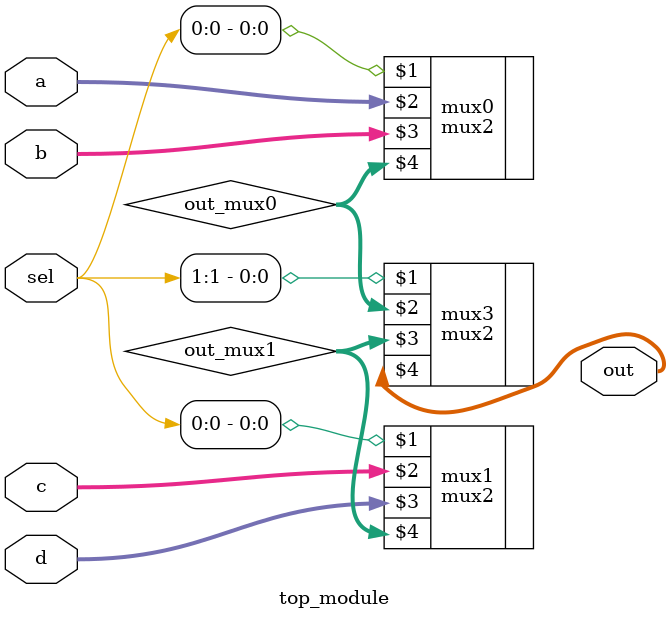
<source format=sv>
module top_module (
    input logic [1:0] sel,
    input logic [7:0] a,
    input logic [7:0] b,
    input logic [7:0] c,
    input logic [7:0] d,
    output logic [7:0] out  ); 

    logic [7:0] out_mux0, out_mux1;
    // 1st mux 
    mux2 mux0 ( sel[0],    a,    b, out_mux0 );
    // 2nd mux
    mux2 mux1 ( sel[0],    c,    d, out_mux1 );
    // 3rd mux
    mux2 mux3 ( sel[1], out_mux0, out_mux1,  out );

endmodule

</source>
